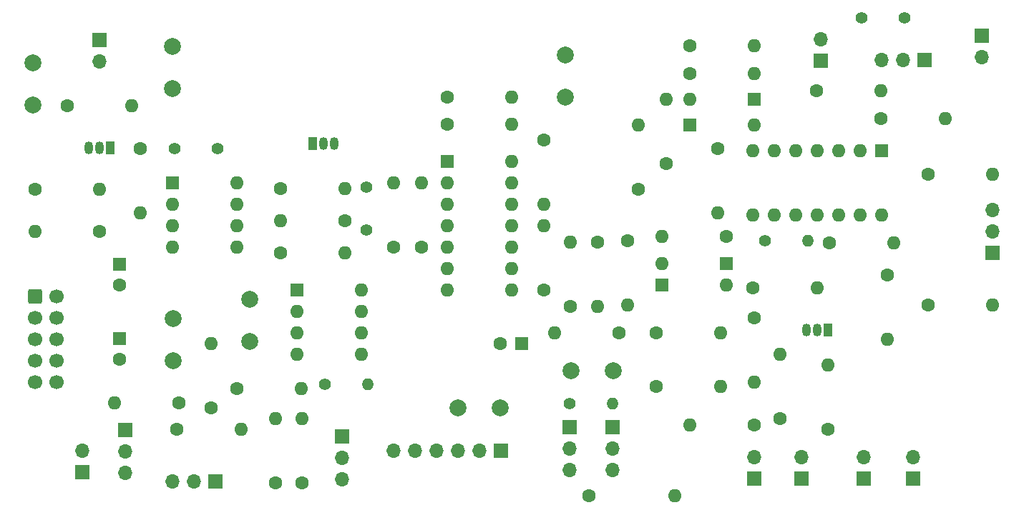
<source format=gbr>
%TF.GenerationSoftware,KiCad,Pcbnew,(6.0.6)*%
%TF.CreationDate,2023-01-04T14:31:25+01:00*%
%TF.ProjectId,yusynth lfo_new_con2x5,79757379-6e74-4682-906c-666f5f6e6577,rev?*%
%TF.SameCoordinates,Original*%
%TF.FileFunction,Soldermask,Top*%
%TF.FilePolarity,Negative*%
%FSLAX46Y46*%
G04 Gerber Fmt 4.6, Leading zero omitted, Abs format (unit mm)*
G04 Created by KiCad (PCBNEW (6.0.6)) date 2023-01-04 14:31:25*
%MOMM*%
%LPD*%
G01*
G04 APERTURE LIST*
G04 Aperture macros list*
%AMRoundRect*
0 Rectangle with rounded corners*
0 $1 Rounding radius*
0 $2 $3 $4 $5 $6 $7 $8 $9 X,Y pos of 4 corners*
0 Add a 4 corners polygon primitive as box body*
4,1,4,$2,$3,$4,$5,$6,$7,$8,$9,$2,$3,0*
0 Add four circle primitives for the rounded corners*
1,1,$1+$1,$2,$3*
1,1,$1+$1,$4,$5*
1,1,$1+$1,$6,$7*
1,1,$1+$1,$8,$9*
0 Add four rect primitives between the rounded corners*
20,1,$1+$1,$2,$3,$4,$5,0*
20,1,$1+$1,$4,$5,$6,$7,0*
20,1,$1+$1,$6,$7,$8,$9,0*
20,1,$1+$1,$8,$9,$2,$3,0*%
G04 Aperture macros list end*
%ADD10R,1.700000X1.700000*%
%ADD11O,1.700000X1.700000*%
%ADD12R,1.050000X1.500000*%
%ADD13O,1.050000X1.500000*%
%ADD14C,2.000000*%
%ADD15C,1.600000*%
%ADD16O,1.600000X1.600000*%
%ADD17R,1.600000X1.600000*%
%ADD18C,1.400000*%
%ADD19O,1.400000X1.400000*%
%ADD20RoundRect,0.250000X-0.600000X-0.600000X0.600000X-0.600000X0.600000X0.600000X-0.600000X0.600000X0*%
%ADD21C,1.700000*%
G04 APERTURE END LIST*
D10*
%TO.C,RV5*%
X158623000Y-75311000D03*
D11*
X158623000Y-77851000D03*
X158623000Y-80391000D03*
%TD*%
D12*
%TO.C,Q2*%
X123190000Y-41635000D03*
D13*
X124460000Y-41635000D03*
X125730000Y-41635000D03*
%TD*%
D14*
%TO.C,C6*%
X106680000Y-67397000D03*
X106680000Y-62397000D03*
%TD*%
D15*
%TO.C,R36*%
X175387000Y-75057000D03*
D16*
X167767000Y-75057000D03*
%TD*%
D15*
%TO.C,R2*%
X118745000Y-81915000D03*
D16*
X118745000Y-74295000D03*
%TD*%
D17*
%TO.C,U3*%
X139065000Y-43810000D03*
D16*
X139065000Y-46350000D03*
X139065000Y-48890000D03*
X139065000Y-51430000D03*
X139065000Y-53970000D03*
X139065000Y-56510000D03*
X139065000Y-59050000D03*
X146685000Y-59050000D03*
X146685000Y-56510000D03*
X146685000Y-53970000D03*
X146685000Y-51430000D03*
X146685000Y-48890000D03*
X146685000Y-46350000D03*
X146685000Y-43810000D03*
%TD*%
D15*
%TO.C,R17*%
X160401000Y-53213000D03*
D16*
X160401000Y-60833000D03*
%TD*%
D15*
%TO.C,R28*%
X182753000Y-35433000D03*
D16*
X190373000Y-35433000D03*
%TD*%
D15*
%TO.C,R33*%
X175260000Y-58801000D03*
D16*
X182880000Y-58801000D03*
%TD*%
D17*
%TO.C,C5*%
X147867379Y-65405000D03*
D15*
X145367379Y-65405000D03*
%TD*%
%TO.C,R1*%
X111125000Y-73025000D03*
D16*
X111125000Y-65405000D03*
%TD*%
D15*
%TO.C,R14*%
X136017000Y-53975000D03*
D16*
X136017000Y-46355000D03*
%TD*%
D15*
%TO.C,R20*%
X163830000Y-64135000D03*
D16*
X171450000Y-64135000D03*
%TD*%
D18*
%TO.C,REF\u002A\u002A*%
X153543000Y-72517000D03*
D19*
X158623000Y-72517000D03*
%TD*%
D10*
%TO.C,RV3*%
X126619000Y-76342000D03*
D11*
X126619000Y-78882000D03*
X126619000Y-81422000D03*
%TD*%
D17*
%TO.C,U2*%
X106563000Y-46365000D03*
D16*
X106563000Y-48905000D03*
X106563000Y-51445000D03*
X106563000Y-53985000D03*
X114183000Y-53985000D03*
X114183000Y-51445000D03*
X114183000Y-48905000D03*
X114183000Y-46365000D03*
%TD*%
D18*
%TO.C,REF\u002A\u002A*%
X176657000Y-53213000D03*
D19*
X181737000Y-53213000D03*
%TD*%
D10*
%TO.C,J4*%
X194158000Y-81387000D03*
D11*
X194158000Y-78847000D03*
%TD*%
D15*
%TO.C,R9*%
X119380000Y-46990000D03*
D16*
X127000000Y-46990000D03*
%TD*%
D14*
%TO.C,C9*%
X153035000Y-36155000D03*
X153035000Y-31155000D03*
%TD*%
D15*
%TO.C,R16*%
X153670000Y-60960000D03*
D16*
X153670000Y-53340000D03*
%TD*%
D15*
%TO.C,R35*%
X191135000Y-57277000D03*
D16*
X191135000Y-64897000D03*
%TD*%
D18*
%TO.C,REF\u002A\u002A*%
X106807000Y-42291000D03*
X111887000Y-42291000D03*
%TD*%
D17*
%TO.C,U4*%
X190505000Y-42555000D03*
D16*
X187965000Y-42555000D03*
X185425000Y-42555000D03*
X182885000Y-42555000D03*
X180345000Y-42555000D03*
X177805000Y-42555000D03*
X175265000Y-42555000D03*
X175265000Y-50175000D03*
X177805000Y-50175000D03*
X180345000Y-50175000D03*
X182885000Y-50175000D03*
X185425000Y-50175000D03*
X187965000Y-50175000D03*
X190505000Y-50175000D03*
%TD*%
D10*
%TO.C,J8*%
X202336000Y-28849000D03*
D11*
X202336000Y-31389000D03*
%TD*%
D10*
%TO.C,RV7*%
X203581000Y-54595000D03*
D11*
X203581000Y-52055000D03*
X203581000Y-49515000D03*
%TD*%
D10*
%TO.C,RV1*%
X100990000Y-75580000D03*
D11*
X100990000Y-78120000D03*
X100990000Y-80660000D03*
%TD*%
D18*
%TO.C,REF\u002A\u002A*%
X129540000Y-46863000D03*
X129540000Y-51943000D03*
%TD*%
D15*
%TO.C,REF\u002A\u002A*%
X155829000Y-83439000D03*
D16*
X165989000Y-83439000D03*
%TD*%
D14*
%TO.C,C2*%
X106553000Y-30139000D03*
X106553000Y-35139000D03*
%TD*%
D15*
%TO.C,R30*%
X184277000Y-53467000D03*
D16*
X191897000Y-53467000D03*
%TD*%
D15*
%TO.C,R41*%
X167767000Y-33401000D03*
D16*
X175387000Y-33401000D03*
%TD*%
D10*
%TO.C,J7*%
X183236000Y-31857000D03*
D11*
X183236000Y-29317000D03*
%TD*%
D18*
%TO.C,REF\u002A\u002A*%
X193167000Y-26797000D03*
X188087000Y-26797000D03*
%TD*%
D10*
%TO.C,J6*%
X180950000Y-81387000D03*
D11*
X180950000Y-78847000D03*
%TD*%
D15*
%TO.C,R10*%
X119380000Y-54610000D03*
D16*
X127000000Y-54610000D03*
%TD*%
D12*
%TO.C,Q3*%
X184150000Y-63775000D03*
D13*
X182880000Y-63775000D03*
X181610000Y-63775000D03*
%TD*%
D15*
%TO.C,R37*%
X178435000Y-74295000D03*
D16*
X178435000Y-66675000D03*
%TD*%
D12*
%TO.C,Q1*%
X99187000Y-42185000D03*
D13*
X97917000Y-42185000D03*
X96647000Y-42185000D03*
%TD*%
D18*
%TO.C,REF\u002A\u002A*%
X124587000Y-70231000D03*
D19*
X129667000Y-70231000D03*
%TD*%
D15*
%TO.C,R31*%
X167767000Y-30099000D03*
D16*
X175387000Y-30099000D03*
%TD*%
D15*
%TO.C,R4*%
X121920000Y-81915000D03*
D16*
X121920000Y-74295000D03*
%TD*%
D14*
%TO.C,C4*%
X140335000Y-73025000D03*
X145335000Y-73025000D03*
%TD*%
%TO.C,C10*%
X158710000Y-68580000D03*
X153710000Y-68580000D03*
%TD*%
D15*
%TO.C,R25*%
X195961000Y-45339000D03*
D16*
X203581000Y-45339000D03*
%TD*%
D15*
%TO.C,R13*%
X164973000Y-44069000D03*
D16*
X164973000Y-36449000D03*
%TD*%
D14*
%TO.C,C1*%
X90043000Y-32131000D03*
X90043000Y-37131000D03*
%TD*%
D20*
%TO.C,J1*%
X90292000Y-59822000D03*
D21*
X92832000Y-59822000D03*
X90292000Y-62362000D03*
X92832000Y-62362000D03*
X90292000Y-64902000D03*
X92832000Y-64902000D03*
X90292000Y-67442000D03*
X92832000Y-67442000D03*
X90292000Y-69982000D03*
X92832000Y-69982000D03*
%TD*%
D17*
%TO.C,D3*%
X164465000Y-58420000D03*
D16*
X172085000Y-58420000D03*
%TD*%
D15*
%TO.C,R32*%
X190373000Y-38735000D03*
D16*
X197993000Y-38735000D03*
%TD*%
D15*
%TO.C,R12*%
X161671000Y-47117000D03*
D16*
X161671000Y-39497000D03*
%TD*%
D17*
%TO.C,C8*%
X100330000Y-64770000D03*
D15*
X100330000Y-67270000D03*
%TD*%
%TO.C,R39*%
X132715000Y-53975000D03*
D16*
X132715000Y-46355000D03*
%TD*%
D10*
%TO.C,J5*%
X175362000Y-81387000D03*
D11*
X175362000Y-78847000D03*
%TD*%
D15*
%TO.C,R19*%
X159385000Y-64135000D03*
D16*
X151765000Y-64135000D03*
%TD*%
D17*
%TO.C,D4*%
X172085000Y-55880000D03*
D16*
X164465000Y-55880000D03*
%TD*%
D15*
%TO.C,R23*%
X172085000Y-52705000D03*
D16*
X164465000Y-52705000D03*
%TD*%
D15*
%TO.C,R29*%
X150495000Y-41275000D03*
D16*
X150495000Y-48895000D03*
%TD*%
D15*
%TO.C,R15*%
X156845000Y-53340000D03*
D16*
X156845000Y-60960000D03*
%TD*%
D15*
%TO.C,R38*%
X184150000Y-75565000D03*
D16*
X184150000Y-67945000D03*
%TD*%
D10*
%TO.C,D5*%
X188341000Y-81407000D03*
D11*
X188341000Y-78867000D03*
%TD*%
D15*
%TO.C,R3*%
X107061000Y-75565000D03*
D16*
X114681000Y-75565000D03*
%TD*%
D15*
%TO.C,R21*%
X163830000Y-70485000D03*
D16*
X171450000Y-70485000D03*
%TD*%
D10*
%TO.C,J3*%
X97942000Y-29357000D03*
D11*
X97942000Y-31897000D03*
%TD*%
D15*
%TO.C,R42*%
X107315000Y-72390000D03*
D16*
X99695000Y-72390000D03*
%TD*%
D10*
%TO.C,RV6*%
X195580000Y-31750000D03*
D11*
X193040000Y-31750000D03*
X190500000Y-31750000D03*
%TD*%
D15*
%TO.C,R22*%
X171069000Y-42291000D03*
D16*
X171069000Y-49911000D03*
%TD*%
D15*
%TO.C,R24*%
X195961000Y-60833000D03*
D16*
X203581000Y-60833000D03*
%TD*%
D17*
%TO.C,C7*%
X100330000Y-55967621D03*
D15*
X100330000Y-58467621D03*
%TD*%
%TO.C,R6*%
X102743000Y-42291000D03*
D16*
X102743000Y-49911000D03*
%TD*%
D10*
%TO.C,SW1*%
X145415000Y-78105000D03*
D11*
X142875000Y-78105000D03*
X140335000Y-78105000D03*
X137795000Y-78105000D03*
X135255000Y-78105000D03*
X132715000Y-78105000D03*
%TD*%
D15*
%TO.C,R26*%
X139065000Y-39370000D03*
D16*
X146685000Y-39370000D03*
%TD*%
D10*
%TO.C,RV2*%
X111618000Y-81686000D03*
D11*
X109078000Y-81686000D03*
X106538000Y-81686000D03*
%TD*%
D17*
%TO.C,D2*%
X175387000Y-36449000D03*
D16*
X167767000Y-36449000D03*
%TD*%
D10*
%TO.C,RV4*%
X153543000Y-75311000D03*
D11*
X153543000Y-77851000D03*
X153543000Y-80391000D03*
%TD*%
D15*
%TO.C,R7*%
X90297000Y-47117000D03*
D16*
X97917000Y-47117000D03*
%TD*%
D17*
%TO.C,U1*%
X121295000Y-59065000D03*
D16*
X121295000Y-61605000D03*
X121295000Y-64145000D03*
X121295000Y-66685000D03*
X128915000Y-66685000D03*
X128915000Y-64145000D03*
X128915000Y-61605000D03*
X128915000Y-59065000D03*
%TD*%
D14*
%TO.C,C3*%
X115697000Y-65111000D03*
X115697000Y-60111000D03*
%TD*%
D15*
%TO.C,R34*%
X175387000Y-62357000D03*
D16*
X175387000Y-69977000D03*
%TD*%
D15*
%TO.C,R18*%
X139065000Y-36195000D03*
D16*
X146685000Y-36195000D03*
%TD*%
D15*
%TO.C,R40*%
X150495000Y-59055000D03*
D16*
X150495000Y-51435000D03*
%TD*%
D15*
%TO.C,R8*%
X114173000Y-70739000D03*
D16*
X121793000Y-70739000D03*
%TD*%
D15*
%TO.C,R11*%
X127000000Y-50800000D03*
D16*
X119380000Y-50800000D03*
%TD*%
D15*
%TO.C,R5*%
X94107000Y-37211000D03*
D16*
X101727000Y-37211000D03*
%TD*%
D15*
%TO.C,R43*%
X97917000Y-52070000D03*
D16*
X90297000Y-52070000D03*
%TD*%
D10*
%TO.C,J2*%
X95860000Y-80625000D03*
D11*
X95860000Y-78085000D03*
%TD*%
D17*
%TO.C,D1*%
X167767000Y-39497000D03*
D16*
X175387000Y-39497000D03*
%TD*%
M02*

</source>
